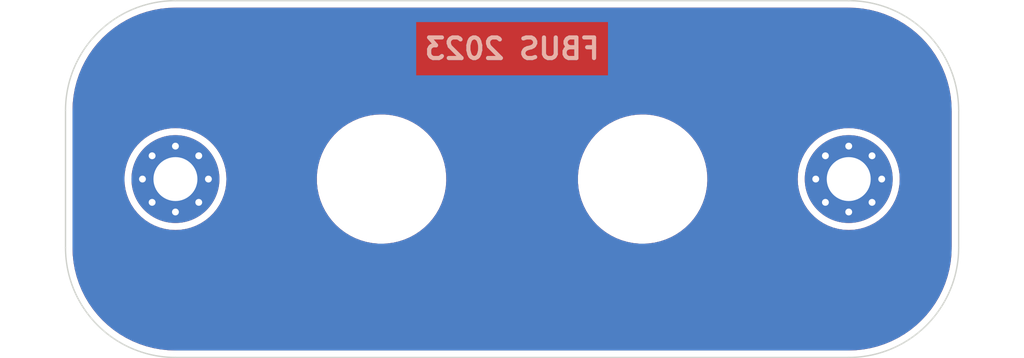
<source format=kicad_pcb>
(kicad_pcb (version 20211014) (generator pcbnew)
  (title_block (title "Two Banana Jack Plinth") (date "2023-08-15") (rev "v0.1") (company "fbus"))
  (layers (0 "F.Cu" signal) (31 "B.Cu" signal) (34 "B.Paste" user) (35 "F.Paste" user) (36 "B.SilkS" user "B.Silkscreen") (37 "F.SilkS" user "F.Silkscreen") (38 "B.Mask" user) (39 "F.Mask" user) (44 "Edge.Cuts" user))
  (net 0 "")
  (footprint "MountingHole:MountingHole_8.4mm_M8" (layer "F.Cu") (at 80 60)
    (fp_text reference "REF**")
    (fp_text value "MountingHole_8.4mm_M8")
    (pad "" np_thru_hole circle (at 0 0) (size 8.4 8.4) (drill 8.4) (layers *.Cu *.Mask))
  )
  (footprint "MountingHole:MountingHole_8.4mm_M8" (layer "F.Cu") (at 99 60)
    (fp_text reference "REF**")
    (fp_text value "MountingHole_8.4mm_M8")
    (pad "" np_thru_hole circle (at 0 0) (size 8.4 8.4) (drill 8.4) (layers *.Cu *.Mask))
  )
  (footprint "MountingHole:MountingHole_3.2mm_M3_Pad_Via" (layer "F.Cu") (at 114 60)
    (fp_text reference "REF**")
    (fp_text value "MountingHole_3.2mm_M3_Pad_Via")
    (pad "1" thru_hole circle (at -1.697056 1.697056) (size 0.8 0.8) (drill 0.5) (layers *.Cu *.Mask))
    (pad "1" thru_hole circle (at 1.697056 1.697056) (size 0.8 0.8) (drill 0.5) (layers *.Cu *.Mask))
    (pad "1" thru_hole circle (at 0 2.4) (size 0.8 0.8) (drill 0.5) (layers *.Cu *.Mask))
    (pad "1" thru_hole circle (at -1.697056 -1.697056) (size 0.8 0.8) (drill 0.5) (layers *.Cu *.Mask))
    (pad "1" thru_hole circle (at 0 0) (size 6.4 6.4) (drill 3.2) (layers *.Cu *.Mask))
    (pad "1" thru_hole circle (at 2.4 0) (size 0.8 0.8) (drill 0.5) (layers *.Cu *.Mask))
    (pad "1" thru_hole circle (at 1.697056 -1.697056) (size 0.8 0.8) (drill 0.5) (layers *.Cu *.Mask))
    (pad "1" thru_hole circle (at 0 -2.4) (size 0.8 0.8) (drill 0.5) (layers *.Cu *.Mask))
    (pad "1" thru_hole circle (at -2.4 0) (size 0.8 0.8) (drill 0.5) (layers *.Cu *.Mask))
  )
  (footprint "MountingHole:MountingHole_3.2mm_M3_Pad_Via" (layer "F.Cu") (at 65 60)
    (fp_text reference "REF**")
    (fp_text value "MountingHole_3.2mm_M3_Pad_Via")
    (pad "1" thru_hole circle (at -1.697056 1.697056) (size 0.8 0.8) (drill 0.5) (layers *.Cu *.Mask))
    (pad "1" thru_hole circle (at 1.697056 1.697056) (size 0.8 0.8) (drill 0.5) (layers *.Cu *.Mask))
    (pad "1" thru_hole circle (at 0 2.4) (size 0.8 0.8) (drill 0.5) (layers *.Cu *.Mask))
    (pad "1" thru_hole circle (at -1.697056 -1.697056) (size 0.8 0.8) (drill 0.5) (layers *.Cu *.Mask))
    (pad "1" thru_hole circle (at 0 0) (size 6.4 6.4) (drill 3.2) (layers *.Cu *.Mask))
    (pad "1" thru_hole circle (at 2.4 0) (size 0.8 0.8) (drill 0.5) (layers *.Cu *.Mask))
    (pad "1" thru_hole circle (at 1.697056 -1.697056) (size 0.8 0.8) (drill 0.5) (layers *.Cu *.Mask))
    (pad "1" thru_hole circle (at 0 -2.4) (size 0.8 0.8) (drill 0.5) (layers *.Cu *.Mask))
    (pad "1" thru_hole circle (at -2.4 0) (size 0.8 0.8) (drill 0.5) (layers *.Cu *.Mask))
  )
  (gr_arc (start 57 55) (mid 59.343146 49.343146) (end 65 47) (layer "Edge.Cuts") (width 0.1))
  (gr_arc (start 122 65) (mid 119.656854 70.656854) (end 114 73) (layer "Edge.Cuts") (width 0.1))
  (gr_line (start 122 55) (end 122 65) (layer "Edge.Cuts") (width 0.1))
  (gr_arc (start 65 73) (mid 59.343146 70.656854) (end 57 65) (layer "Edge.Cuts") (width 0.1))
  (gr_line (start 114 73) (end 65 73) (layer "Edge.Cuts") (width 0.1))
  (gr_line (start 65 47) (end 114 47) (layer "Edge.Cuts") (width 0.1))
  (gr_arc (start 114 47) (mid 119.656854 49.343146) (end 122 55) (layer "Edge.Cuts") (width 0.1))
  (gr_line (start 57 65) (end 57 55) (layer "Edge.Cuts") (width 0.1))
  (gr_text "FBUS 2023" (at 89.5 50.5) (layer "B.Cu") (effects (font (size 1.5 1.5) (thickness 0.3)) (justify mirror)))
  (gr_text "FBUS 2023" (at 89.5 50.5) (layer "B.SilkS") (effects (font (size 1.5 1.5) (thickness 0.3)) (justify mirror)))
  (zone (net 0) (net_name "") (layers F&B.Cu) (connect_pads (clearance 0.508)) (min_thickness 0.254) (fill yes (thermal_gap 0.508) (thermal_bridge_width 0.508))
    (polygon (pts (xy 122 73) (xy 57 73) (xy 57 47) (xy 122 47)))
  )
)
</source>
